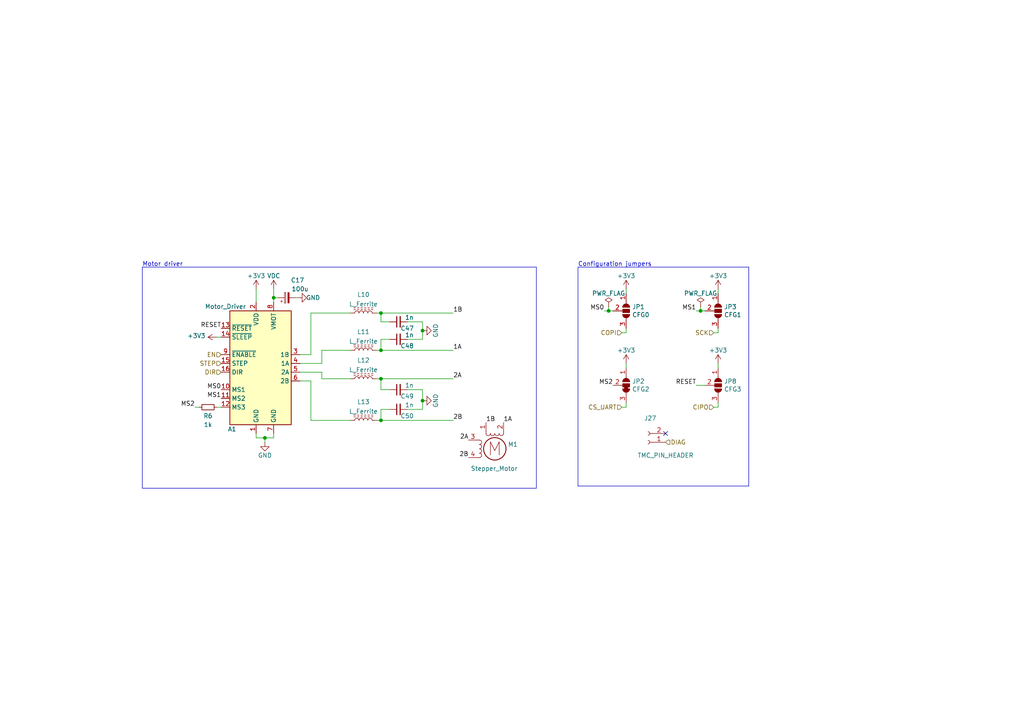
<source format=kicad_sch>
(kicad_sch (version 20231120) (generator "eeschema") (generator_version "8.0")
  (paper "A4")
  (title_block (title "LumenPnP Motherboard") (date "2022-03-29") (rev "003") (company "Opulo"))
  (lib_symbols
    (symbol "Connector:Conn_01x02_Female" (pin_names (offset 1.016) hide)
      (property "Reference" "J" (at 0 2.54 0))
      (property "Value" "Conn_01x02_Female" (at 0 -5.08 0))
      (symbol "Conn_01x02_Female_1_1"
        (arc (start 0 -2.032) (mid -0.5058 -2.54) (end 0 -3.048) (stroke (width 0.1524)))
        (polyline (pts (xy -1.27 -2.54) (xy -0.508 -2.54)) (stroke (width 0.1524)))
        (polyline (pts (xy -1.27 0) (xy -0.508 0)) (stroke (width 0.1524)))
        (arc (start 0 0.508) (mid -0.5058 0) (end 0 -0.508) (stroke (width 0.1524)))
        (pin passive line (at -5.08 0 0) (length 3.81) (name "Pin_1") (number "1"))
        (pin passive line (at -5.08 -2.54 0) (length 3.81) (name "Pin_2") (number "2"))
      )
    )
    (symbol "Device:C_Polarized_Small" (pin_numbers hide) (pin_names (offset 0.254) hide)
      (property "Reference" "C" (at 0.254 1.778 0))
      (property "Value" "C_Polarized_Small" (at 0.254 -2.032 0))
      (symbol "C_Polarized_Small_0_1"
        (rectangle (start -1.524 -0.3048) (end 1.524 -0.6858) (fill (type outline)))
        (rectangle (start -1.524 0.6858) (end 1.524 0.3048))
        (polyline (pts (xy -1.27 1.524) (xy -0.762 1.524)))
        (polyline (pts (xy -1.016 1.27) (xy -1.016 1.778)))
      )
      (symbol "C_Polarized_Small_1_1"
        (pin passive line (at 0 2.54 270) (length 1.8542) (name "~") (number "1"))
        (pin passive line (at 0 -2.54 90) (length 1.8542) (name "~") (number "2"))
      )
    )
    (symbol "Device:C_Small" (pin_numbers hide) (pin_names (offset 0.254) hide)
      (property "Reference" "C" (at 0.254 1.778 0))
      (property "Value" "C_Small" (at 0.254 -2.032 0))
      (symbol "C_Small_0_1"
        (polyline (pts (xy -1.524 -0.508) (xy 1.524 -0.508)) (stroke (width 0.3302)))
        (polyline (pts (xy -1.524 0.508) (xy 1.524 0.508)) (stroke (width 0.3048)))
      )
      (symbol "C_Small_1_1"
        (pin passive line (at 0 2.54 270) (length 2.032) (name "~") (number "1"))
        (pin passive line (at 0 -2.54 90) (length 2.032) (name "~") (number "2"))
      )
    )
    (symbol "Device:L_Ferrite" (pin_numbers hide) (pin_names (offset 1.016) hide)
      (property "Reference" "L" (at -1.27 0 90))
      (property "Value" "L_Ferrite" (at 2.794 0 90))
      (symbol "L_Ferrite_0_1"
        (arc (start 0 -2.54) (mid 0.6323 -1.905) (end 0 -1.27))
        (arc (start 0 -1.27) (mid 0.6323 -0.635) (end 0 0))
        (polyline (pts (xy 1.016 -2.794) (xy 1.016 -2.286)))
        (polyline (pts (xy 1.016 -1.778) (xy 1.016 -1.27)))
        (polyline (pts (xy 1.016 -0.762) (xy 1.016 -0.254)))
        (polyline (pts (xy 1.016 0.254) (xy 1.016 0.762)))
        (polyline (pts (xy 1.016 1.27) (xy 1.016 1.778)))
        (polyline (pts (xy 1.016 2.286) (xy 1.016 2.794)))
        (polyline (pts (xy 1.524 -2.286) (xy 1.524 -2.794)))
        (polyline (pts (xy 1.524 -1.27) (xy 1.524 -1.778)))
        (polyline (pts (xy 1.524 -0.254) (xy 1.524 -0.762)))
        (polyline (pts (xy 1.524 0.762) (xy 1.524 0.254)))
        (polyline (pts (xy 1.524 1.778) (xy 1.524 1.27)))
        (polyline (pts (xy 1.524 2.794) (xy 1.524 2.286)))
        (arc (start 0 0) (mid 0.6323 0.635) (end 0 1.27))
        (arc (start 0 1.27) (mid 0.6323 1.905) (end 0 2.54))
      )
      (symbol "L_Ferrite_1_1"
        (pin passive line (at 0 3.81 270) (length 1.27) (name "1") (number "1"))
        (pin passive line (at 0 -3.81 90) (length 1.27) (name "2") (number "2"))
      )
    )
    (symbol "Device:R_Small" (pin_numbers hide) (pin_names (offset 0.254) hide)
      (property "Reference" "R" (at 0.762 0.508 0))
      (property "Value" "R_Small" (at 0.762 -1.016 0))
      (symbol "R_Small_0_1"
        (rectangle (start -0.762 1.778) (end 0.762 -1.778) (stroke (width 0.2032)))
      )
      (symbol "R_Small_1_1"
        (pin passive line (at 0 2.54 270) (length 0.762) (name "~") (number "1"))
        (pin passive line (at 0 -2.54 90) (length 0.762) (name "~") (number "2"))
      )
    )
    (symbol "Driver_Motor:Pololu_Breakout_A4988"
      (property "Reference" "A" (at -2.54 19.05 0))
      (property "Value" "Pololu_Breakout_A4988" (at -2.54 16.51 0))
      (symbol "Pololu_Breakout_A4988_0_1"
        (rectangle (start 10.16 -17.78) (end -7.62 15.24) (stroke (width 0.254)) (fill (type background)))
      )
      (symbol "Pololu_Breakout_A4988_1_1"
        (pin power_in line (at 0 -20.32 90) (length 2.54) (name "GND") (number "1"))
        (pin input line (at -10.16 -7.62 0) (length 2.54) (name "MS1") (number "10"))
        (pin input line (at -10.16 -10.16 0) (length 2.54) (name "MS2") (number "11"))
        (pin input line (at -10.16 -12.7 0) (length 2.54) (name "MS3") (number "12"))
        (pin input line (at -10.16 10.16 0) (length 2.54) (name "~{RESET}") (number "13"))
        (pin input line (at -10.16 7.62 0) (length 2.54) (name "~{SLEEP}") (number "14"))
        (pin input line (at -10.16 0 0) (length 2.54) (name "STEP") (number "15"))
        (pin input line (at -10.16 -2.54 0) (length 2.54) (name "DIR") (number "16"))
        (pin power_in line (at 0 17.78 270) (length 2.54) (name "VDD") (number "2"))
        (pin output line (at 12.7 2.54 180) (length 2.54) (name "1B") (number "3"))
        (pin output line (at 12.7 0 180) (length 2.54) (name "1A") (number "4"))
        (pin output line (at 12.7 -2.54 180) (length 2.54) (name "2A") (number "5"))
        (pin output line (at 12.7 -5.08 180) (length 2.54) (name "2B") (number "6"))
        (pin power_in line (at 5.08 -20.32 90) (length 2.54) (name "GND") (number "7"))
        (pin power_in line (at 5.08 17.78 270) (length 2.54) (name "VMOT") (number "8"))
        (pin input line (at -10.16 2.54 0) (length 2.54) (name "~{ENABLE}") (number "9"))
      )
    )
    (symbol "Jumper:SolderJumper_3_Open" (pin_names (offset 0) hide)
      (property "Reference" "JP" (at -2.54 -2.54 0))
      (property "Value" "SolderJumper_3_Open" (at 0 2.794 0))
      (symbol "SolderJumper_3_Open_0_1"
        (arc (start -1.016 1.016) (mid -2.0276 0) (end -1.016 -1.016))
        (arc (start -1.016 1.016) (mid -2.0276 0) (end -1.016 -1.016) (fill (type outline)))
        (rectangle (start -0.508 1.016) (end 0.508 -1.016) (fill (type outline)))
        (polyline (pts (xy -2.54 0) (xy -2.032 0)))
        (polyline (pts (xy -1.016 1.016) (xy -1.016 -1.016)))
        (polyline (pts (xy 0 -1.27) (xy 0 -1.016)))
        (polyline (pts (xy 1.016 1.016) (xy 1.016 -1.016)))
        (polyline (pts (xy 2.54 0) (xy 2.032 0)))
        (arc (start 1.016 -1.016) (mid 2.0276 0) (end 1.016 1.016))
        (arc (start 1.016 -1.016) (mid 2.0276 0) (end 1.016 1.016) (fill (type outline)))
      )
      (symbol "SolderJumper_3_Open_1_1"
        (pin passive line (at -5.08 0 0) (length 2.54) (name "A") (number "1"))
        (pin passive line (at 0 -3.81 90) (length 2.54) (name "C") (number "2"))
        (pin passive line (at 5.08 0 180) (length 2.54) (name "B") (number "3"))
      )
    )
    (symbol "Motor:Stepper_Motor_bipolar" (pin_names (offset 0) hide)
      (property "Reference" "M" (at 3.81 2.54 0))
      (property "Value" "Stepper_Motor_bipolar" (at 3.81 1.27 0))
      (symbol "Stepper_Motor_bipolar_0_0"
        (polyline (pts (xy -1.27 -1.778) (xy -1.27 2.032) (xy 0 -0.508) (xy 1.27 2.032) (xy 1.27 -1.778)))
      )
      (symbol "Stepper_Motor_bipolar_0_1"
        (arc (start -4.445 -2.54) (mid -3.8127 -1.905) (end -4.445 -1.27))
        (arc (start -4.445 -1.27) (mid -3.8127 -0.635) (end -4.445 0))
        (arc (start -4.445 0) (mid -3.8127 0.635) (end -4.445 1.27))
        (arc (start -4.445 1.27) (mid -3.8127 1.905) (end -4.445 2.54))
        (arc (start -2.54 4.445) (mid -1.905 3.8127) (end -1.27 4.445))
        (arc (start -1.27 4.445) (mid -0.635 3.8127) (end 0 4.445))
        (polyline (pts (xy -5.08 -2.54) (xy -4.445 -2.54)))
        (polyline (pts (xy -5.08 2.54) (xy -4.445 2.54)))
        (polyline (pts (xy -2.54 5.08) (xy -2.54 4.445)))
        (polyline (pts (xy 2.54 5.08) (xy 2.54 4.445)))
        (circle (center 0 0) (radius 3.2512) (stroke (width 0.254)))
        (arc (start 0 4.445) (mid 0.635 3.8127) (end 1.27 4.445))
        (arc (start 1.27 4.445) (mid 1.905 3.8127) (end 2.54 4.445))
      )
      (symbol "Stepper_Motor_bipolar_1_1"
        (pin passive line (at -2.54 7.62 270) (length 2.54) (name "~") (number "1"))
        (pin passive line (at 2.54 7.62 270) (length 2.54) (name "-") (number "2"))
        (pin passive line (at -7.62 2.54 0) (length 2.54) (name "~") (number "3"))
        (pin passive line (at -7.62 -2.54 0) (length 2.54) (name "~") (number "4"))
      )
    )
    (symbol "index:SolderJumper_3_Bridged23" (pin_names (offset 0) hide)
      (property "Reference" "JP" (at -2.54 -2.54 0))
      (property "Value" "SolderJumper_3_Bridged23" (at 0 2.794 0))
      (symbol "SolderJumper_3_Bridged23_0_1"
        (rectangle (start -1.016 0.508) (end -0.508 -0.508) (fill (type outline)))
        (arc (start -1.016 1.016) (mid -2.0276 0) (end -1.016 -1.016))
        (arc (start -1.016 1.016) (mid -2.0276 0) (end -1.016 -1.016) (fill (type outline)))
        (rectangle (start -0.508 1.016) (end 0.508 -1.016) (fill (type outline)))
        (polyline (pts (xy -2.54 0) (xy -2.032 0)))
        (polyline (pts (xy -1.016 1.016) (xy -1.016 -1.016)))
        (polyline (pts (xy 0 -1.27) (xy 0 -1.016)))
        (polyline (pts (xy 1.016 1.016) (xy 1.016 -1.016)))
        (polyline (pts (xy 2.54 0) (xy 2.032 0)))
        (arc (start 1.016 -1.016) (mid 2.0276 0) (end 1.016 1.016))
        (arc (start 1.016 -1.016) (mid 2.0276 0) (end 1.016 1.016) (fill (type outline)))
      )
      (symbol "SolderJumper_3_Bridged23_1_1"
        (pin passive line (at 5.08 0 180) (length 2.54) (name "B") (number "1"))
        (pin input line (at 0 -3.81 90) (length 2.54) (name "C") (number "2"))
        (pin passive line (at -5.08 0 0) (length 2.54) (name "A") (number "3"))
      )
    )
    (symbol "power:+3.3V" (power) (pin_names (offset 0))
      (property "Value" "+3.3V" (at 0 3.556 0))
      (symbol "+3.3V_0_1"
        (polyline (pts (xy -0.762 1.27) (xy 0 2.54)))
        (polyline (pts (xy 0 0) (xy 0 2.54)))
        (polyline (pts (xy 0 2.54) (xy 0.762 1.27)))
      )
      (symbol "+3.3V_1_1"
        (pin power_in line (at 0 0 90) (length 0) hide (name "+3V3") (number "1"))
      )
    )
    (symbol "power:+3V3" (power) (pin_names (offset 0))
      (property "Value" "+3V3" (at 0 3.556 0))
      (symbol "+3V3_0_1"
        (polyline (pts (xy -0.762 1.27) (xy 0 2.54)))
        (polyline (pts (xy 0 0) (xy 0 2.54)))
        (polyline (pts (xy 0 2.54) (xy 0.762 1.27)))
      )
      (symbol "+3V3_1_1"
        (pin power_in line (at 0 0 90) (length 0) hide (name "+3V3") (number "1"))
      )
    )
    (symbol "power:GND" (power) (pin_names (offset 0))
      (property "Value" "GND" (at 0 -3.81 0))
      (symbol "GND_0_1"
        (polyline (pts (xy 0 0) (xy 0 -1.27) (xy 1.27 -1.27) (xy 0 -2.54) (xy -1.27 -1.27) (xy 0 -1.27)))
      )
      (symbol "GND_1_1"
        (pin power_in line (at 0 0 270) (length 0) hide (name "GND") (number "1"))
      )
    )
    (symbol "power:PWR_FLAG" (power) (pin_numbers hide) (pin_names (offset 0) hide)
      (property "Value" "PWR_FLAG" (at 0 3.81 0))
      (symbol "PWR_FLAG_0_0"
        (pin power_out line (at 0 0 90) (length 0) (name "pwr") (number "1"))
      )
      (symbol "PWR_FLAG_0_1"
        (polyline (pts (xy 0 0) (xy 0 1.27) (xy -1.016 1.905) (xy 0 2.54) (xy 1.016 1.905) (xy 0 1.27)))
      )
    )
    (symbol "power:VDC" (power) (pin_names (offset 0))
      (property "Value" "VDC" (at 0 6.35 0))
      (symbol "VDC_0_1"
        (polyline (pts (xy -0.762 1.27) (xy 0 2.54)))
        (polyline (pts (xy 0 0) (xy 0 2.54)))
        (polyline (pts (xy 0 2.54) (xy 0.762 1.27)))
      )
      (symbol "VDC_1_1"
        (pin power_in line (at 0 0 90) (length 0) hide (name "VDC") (number "1"))
      )
    )
  )
  (junction (at 110.49 109.855))
  (junction (at 79.375 86.36))
  (junction (at 110.49 101.6))
  (junction (at 122.555 95.885))
  (junction (at 110.49 90.805))
  (junction (at 110.49 121.92))
  (junction (at 176.53 90.17))
  (junction (at 122.555 116.205))
  (junction (at 76.835 127))
  (junction (at 203.2 90.17))
  (no_connect (at 193.04 125.73))
  (wire (pts (xy 79.375 83.82) (xy 79.375 86.36)))
  (polyline (pts (xy 155.575 141.605) (xy 41.275 141.605)))
  (wire (pts (xy 110.49 90.805) (xy 131.445 90.805)))
  (wire (pts (xy 90.17 110.49) (xy 90.17 121.92)))
  (wire (pts (xy 180.34 96.52) (xy 181.61 96.52)))
  (wire (pts (xy 208.28 83.82) (xy 208.28 85.09)))
  (polyline (pts (xy 167.64 77.47) (xy 217.17 77.47)))
  (wire (pts (xy 207.01 96.52) (xy 208.28 96.52)))
  (wire (pts (xy 79.375 86.36) (xy 79.375 87.63)))
  (wire (pts (xy 122.555 116.205) (xy 122.555 118.745)))
  (wire (pts (xy 86.995 107.95) (xy 93.345 107.95)))
  (wire (pts (xy 86.995 105.41) (xy 93.345 105.41)))
  (wire (pts (xy 207.01 118.11) (xy 208.28 118.11)))
  (wire (pts (xy 110.49 121.92) (xy 110.49 118.745)))
  (wire (pts (xy 203.2 88.9) (xy 203.2 90.17)))
  (wire (pts (xy 175.26 90.17) (xy 176.53 90.17)))
  (wire (pts (xy 118.11 113.03) (xy 122.555 113.03)))
  (wire (pts (xy 74.295 127) (xy 76.835 127)))
  (wire (pts (xy 110.49 113.03) (xy 113.03 113.03)))
  (wire (pts (xy 176.53 90.17) (xy 177.8 90.17)))
  (polyline (pts (xy 41.275 77.47) (xy 155.575 77.47)))
  (wire (pts (xy 208.28 105.41) (xy 208.28 106.68)))
  (wire (pts (xy 93.345 109.855) (xy 101.6 109.855)))
  (wire (pts (xy 109.22 101.6) (xy 110.49 101.6)))
  (wire (pts (xy 110.49 98.425) (xy 113.03 98.425)))
  (wire (pts (xy 208.28 96.52) (xy 208.28 95.25)))
  (wire (pts (xy 122.555 118.745) (xy 118.11 118.745)))
  (wire (pts (xy 86.995 110.49) (xy 90.17 110.49)))
  (wire (pts (xy 93.345 101.6) (xy 101.6 101.6)))
  (polyline (pts (xy 167.64 77.47) (xy 167.64 140.97)))
  (wire (pts (xy 203.2 90.17) (xy 201.93 90.17)))
  (wire (pts (xy 122.555 95.885) (xy 122.555 93.345)))
  (wire (pts (xy 110.49 90.805) (xy 110.49 93.345)))
  (wire (pts (xy 203.2 90.17) (xy 204.47 90.17)))
  (wire (pts (xy 110.49 109.855) (xy 131.445 109.855)))
  (wire (pts (xy 122.555 98.425) (xy 122.555 95.885)))
  (wire (pts (xy 93.345 105.41) (xy 93.345 101.6)))
  (wire (pts (xy 79.375 86.36) (xy 80.645 86.36)))
  (wire (pts (xy 86.995 102.87) (xy 90.17 102.87)))
  (wire (pts (xy 208.28 118.11) (xy 208.28 116.84)))
  (wire (pts (xy 118.11 98.425) (xy 122.555 98.425)))
  (wire (pts (xy 181.61 96.52) (xy 181.61 95.25)))
  (polyline (pts (xy 155.575 77.47) (xy 155.575 141.605)))
  (wire (pts (xy 110.49 118.745) (xy 113.03 118.745)))
  (wire (pts (xy 110.49 101.6) (xy 131.445 101.6)))
  (wire (pts (xy 79.375 125.73) (xy 79.375 127)))
  (wire (pts (xy 180.34 118.11) (xy 181.61 118.11)))
  (polyline (pts (xy 217.17 140.97) (xy 167.64 140.97)))
  (wire (pts (xy 76.835 128.27) (xy 76.835 127)))
  (wire (pts (xy 74.295 127) (xy 74.295 125.73)))
  (wire (pts (xy 122.555 113.03) (xy 122.555 116.205)))
  (wire (pts (xy 110.49 109.855) (xy 110.49 113.03)))
  (wire (pts (xy 201.93 111.76) (xy 204.47 111.76)))
  (wire (pts (xy 181.61 105.41) (xy 181.61 106.68)))
  (polyline (pts (xy 217.17 77.47) (xy 217.17 140.97)))
  (wire (pts (xy 93.345 107.95) (xy 93.345 109.855)))
  (wire (pts (xy 110.49 121.92) (xy 131.445 121.92)))
  (wire (pts (xy 110.49 101.6) (xy 110.49 98.425)))
  (wire (pts (xy 90.17 90.805) (xy 90.17 102.87)))
  (wire (pts (xy 90.17 90.805) (xy 101.6 90.805)))
  (wire (pts (xy 90.17 121.92) (xy 101.6 121.92)))
  (wire (pts (xy 109.22 90.805) (xy 110.49 90.805)))
  (wire (pts (xy 181.61 118.11) (xy 181.61 116.84)))
  (wire (pts (xy 74.295 83.82) (xy 74.295 87.63)))
  (wire (pts (xy 62.865 97.79) (xy 64.135 97.79)))
  (wire (pts (xy 176.53 88.9) (xy 176.53 90.17)))
  (wire (pts (xy 85.725 86.36) (xy 86.36 86.36)))
  (wire (pts (xy 110.49 93.345) (xy 113.03 93.345)))
  (polyline (pts (xy 41.275 77.47) (xy 41.275 141.605)))
  (wire (pts (xy 56.515 118.11) (xy 57.785 118.11)))
  (wire (pts (xy 181.61 83.82) (xy 181.61 85.09)))
  (wire (pts (xy 122.555 93.345) (xy 118.11 93.345)))
  (wire (pts (xy 79.375 127) (xy 76.835 127)))
  (wire (pts (xy 109.22 121.92) (xy 110.49 121.92)))
  (wire (pts (xy 62.865 118.11) (xy 64.135 118.11)))
  (wire (pts (xy 109.22 109.855) (xy 110.49 109.855)))
  (text "Motor driver" (at 41.275 77.47 0) (effects (font (size 1.27 1.27)) (justify left bottom)))
  (text "Configuration jumpers" (at 167.64 77.47 0) (effects (font (size 1.27 1.27)) (justify left bottom)))
  (label "2B" (at 135.89 132.715 180))
  (label "RESET" (at 64.135 95.25 180))
  (label "2A" (at 135.89 127.635 180))
  (label "RESET" (at 201.93 111.76 180))
  (label "MS1" (at 64.135 115.57 180))
  (label "1A" (at 131.445 101.6 0))
  (label "MS0" (at 64.135 113.03 180))
  (label "2B" (at 131.445 121.92 0))
  (label "MS1" (at 201.93 90.17 180))
  (label "MS2" (at 177.8 111.76 180))
  (label "1B" (at 140.97 122.555 0))
  (label "2A" (at 131.445 109.855 0))
  (label "1B" (at 131.445 90.805 0))
  (label "MS2" (at 56.515 118.11 180))
  (label "1A" (at 146.05 122.555 0))
  (label "MS0" (at 175.26 90.17 180))
  (hierarchical_label "STEP" (shape input) (at 64.135 105.41 180))
  (hierarchical_label "DIAG" (shape input) (at 193.04 128.27 0))
  (hierarchical_label "DIR" (shape input) (at 64.135 107.95 180))
  (hierarchical_label "CS_UART" (shape input) (at 180.34 118.11 180))
  (hierarchical_label "EN" (shape input) (at 64.135 102.87 180))
  (hierarchical_label "SCK" (shape input) (at 207.01 96.52 180))
  (hierarchical_label "COPI" (shape input) (at 180.34 96.52 180))
  (hierarchical_label "CIPO" (shape input) (at 207.01 118.11 180))
  (symbol (lib_id "power:+3.3V") (at 208.28 105.41 0) (unit 1)
    (property "Reference" "#PWR0142" (effects (hide yes)))
    (property "Value" "+3V3" (at 208.28 101.6 0))
    (instances (project "mobo" (path "" (reference "#PWR0142") (unit 1)) (path "" (reference "#PWR0181") (unit 1)) (path "" (reference "#PWR0204") (unit 1)) (path "" (reference "#PWR0213") (unit 1))))
  )
  (symbol (lib_id "Device:R_Small") (at 60.325 118.11 270) (unit 1)
    (property "Reference" "R6" (at 60.325 120.65 90))
    (property "Value" "1k" (at 60.325 123.19 90))
    (property "Footprint" "Resistor_SMD:R_0805_2012Metric" (effects (hide yes)))
    (property "JLCPCB" "C17513" (effects (hide yes)))
    (property "LCSC" "C17513" (effects (hide yes)))
    (property "Notes" "125mW/1%" (effects (hide yes)))
    (instances (project "mobo" (path "" (reference "R6") (unit 1)) (path "" (reference "R7") (unit 1)) (path "" (reference "R8") (unit 1)) (path "" (reference "R9") (unit 1))))
  )
  (symbol (lib_id "power:+3.3V") (at 181.61 83.82 0) (unit 1)
    (property "Reference" "#PWR0144" (effects (hide yes)))
    (property "Value" "+3V3" (at 181.61 80.01 0))
    (instances (project "mobo" (path "" (reference "#PWR0144") (unit 1)) (path "" (reference "#PWR0182") (unit 1)) (path "" (reference "#PWR0205") (unit 1)) (path "" (reference "#PWR0214") (unit 1))))
  )
  (symbol (lib_id "Device:L_Ferrite") (at 105.41 121.92 90) (unit 1)
    (property "Reference" "L13" (at 105.41 116.5565 90))
    (property "Value" "L_Ferrite" (at 105.41 119.3316 90))
    (property "Footprint" "Inductor_SMD:L_0805_2012Metric" (effects (hide yes)))
    (property "Digikey" "1934-1472-1-ND" (effects (hide yes)))
    (property "Notes" "120R @ 100MHz/6A" (effects (hide yes)))
    (instances (project "mobo" (path "" (reference "L13") (unit 1)) (path "" (reference "L9") (unit 1)) (path "" (reference "L5") (unit 1)) (path "" (reference "L17") (unit 1))))
  )
  (symbol (lib_id "power:GND") (at 76.835 128.27 0) (unit 1)
    (property "Reference" "#PWR0179" (effects (hide yes)))
    (property "Value" "GND" (at 76.835 132.08 0))
    (instances (project "mobo" (path "" (reference "#PWR0179") (unit 1)) (path "" (reference "#PWR0202") (unit 1)) (path "" (reference "#PWR0211") (unit 1)) (path "" (reference "#PWR0220") (unit 1))))
  )
  (symbol (lib_id "power:+3.3V") (at 62.865 97.79 90) (unit 1)
    (property "Reference" "#PWR0176" (effects (hide yes)))
    (property "Value" "+3V3" (at 59.6138 97.409 90) (effects (justify left)))
    (instances (project "mobo" (path "" (reference "#PWR0176") (unit 1)) (path "" (reference "#PWR0199") (unit 1)) (path "" (reference "#PWR0208") (unit 1)) (path "" (reference "#PWR0217") (unit 1))))
  )
  (symbol (lib_id "power:PWR_FLAG") (at 203.2 88.9 0) (unit 1)
    (property "Reference" "#FLG0104" (effects (hide yes)))
    (property "Value" "PWR_FLAG" (at 203.2 85.09 0))
    (instances (project "mobo" (path "" (reference "#FLG0104") (unit 1)) (path "" (reference "#FLG0107") (unit 1)) (path "" (reference "#FLG0110") (unit 1)) (path "" (reference "#FLG0113") (unit 1))))
  )
  (symbol (lib_id "Device:C_Small") (at 115.57 113.03 90) (unit 1)
    (property "Reference" "C49" (at 118.11 114.935 90))
    (property "Value" "1n" (at 118.745 111.76 90))
    (property "Footprint" "Capacitor_SMD:C_0805_2012Metric" (effects (hide yes)))
    (property "Digikey" "1276-1020-1-ND" (effects (hide yes)))
    (property "Notes" "50V/10%" (effects (hide yes)))
    (instances (project "mobo" (path "" (reference "C49") (unit 1)) (path "" (reference "C45") (unit 1)) (path "" (reference "C41") (unit 1)) (path "" (reference "C53") (unit 1))))
  )
  (symbol (lib_id "power:+3.3V") (at 181.61 105.41 0) (unit 1)
    (property "Reference" "#PWR0117" (effects (hide yes)))
    (property "Value" "+3V3" (at 181.61 101.6 0))
    (instances (project "mobo" (path "" (reference "#PWR0117") (unit 1)) (path "" (reference "#PWR0180") (unit 1)) (path "" (reference "#PWR0203") (unit 1)) (path "" (reference "#PWR0212") (unit 1))))
  )
  (symbol (lib_id "Driver_Motor:Pololu_Breakout_A4988") (at 74.295 105.41 0) (unit 1)
    (property "Reference" "A1" (at 67.31 124.46 0))
    (property "Value" "Motor_Driver" (at 65.405 88.9 0))
    (property "Footprint" "Module:Pololu_Breakout-16_15.2x20.3mm" (effects (hide yes)))
    (property "Datasheet" "https://www.pololu.com/product/2980/pictures" (effects (hide yes)))
    (property "Digikey" "1460-TMC2209SILENTSTEPSTICK-ND" (effects (hide yes)))
    (property "Notes" "BIGTREETECH TMC2209" (effects (hide yes)))
    (instances (project "mobo" (path "" (reference "A1") (unit 1)) (path "" (reference "A2") (unit 1)) (path "" (reference "A3") (unit 1)) (path "" (reference "A4") (unit 1))))
  )
  (symbol (lib_id "power:GND") (at 86.36 86.36 90) (unit 1)
    (property "Reference" "#PWR0166" (effects (hide yes)))
    (property "Value" "GND" (at 90.805 86.36 90))
    (instances (project "mobo" (path "" (reference "#PWR0166") (unit 1)) (path "" (reference "#PWR0184") (unit 1)) (path "" (reference "#PWR0207") (unit 1)) (path "" (reference "#PWR0216") (unit 1))))
  )
  (symbol (lib_id "Device:C_Small") (at 115.57 118.745 90) (unit 1)
    (property "Reference" "C50" (at 118.11 120.65 90))
    (property "Value" "1n" (at 118.745 117.475 90))
    (property "Footprint" "Capacitor_SMD:C_0805_2012Metric" (effects (hide yes)))
    (property "Digikey" "1276-1020-1-ND" (effects (hide yes)))
    (property "Notes" "50V/10%" (effects (hide yes)))
    (instances (project "mobo" (path "" (reference "C50") (unit 1)) (path "" (reference "C46") (unit 1)) (path "" (reference "C42") (unit 1)) (path "" (reference "C54") (unit 1))))
  )
  (symbol (lib_id "Device:C_Small") (at 115.57 93.345 90) (unit 1)
    (property "Reference" "C47" (at 118.11 95.25 90))
    (property "Value" "1n" (at 118.745 92.075 90))
    (property "Footprint" "Capacitor_SMD:C_0805_2012Metric" (effects (hide yes)))
    (property "Digikey" "1276-1020-1-ND" (effects (hide yes)))
    (property "Notes" "50V/10%" (effects (hide yes)))
    (instances (project "mobo" (path "" (reference "C47") (unit 1)) (path "" (reference "C43") (unit 1)) (path "" (reference "C26") (unit 1)) (path "" (reference "C51") (unit 1))))
  )
  (symbol (lib_id "Device:C_Small") (at 115.57 98.425 90) (unit 1)
    (property "Reference" "C48" (at 118.11 100.33 90))
    (property "Value" "1n" (at 118.745 97.155 90))
    (property "Footprint" "Capacitor_SMD:C_0805_2012Metric" (effects (hide yes)))
    (property "Digikey" "1276-1020-1-ND" (effects (hide yes)))
    (property "Notes" "50V/10%" (effects (hide yes)))
    (instances (project "mobo" (path "" (reference "C48") (unit 1)) (path "" (reference "C44") (unit 1)) (path "" (reference "C40") (unit 1)) (path "" (reference "C52") (unit 1))))
  )
  (symbol (lib_id "power:+3.3V") (at 208.28 83.82 0) (unit 1)
    (property "Reference" "#PWR0156" (effects (hide yes)))
    (property "Value" "+3V3" (at 208.28 80.01 0))
    (instances (project "mobo" (path "" (reference "#PWR0156") (unit 1)) (path "" (reference "#PWR0183") (unit 1)) (path "" (reference "#PWR0206") (unit 1)) (path "" (reference "#PWR0215") (unit 1))))
  )
  (symbol (lib_id "power:VDC") (at 79.375 83.82 0) (unit 1)
    (property "Reference" "#PWR0178" (effects (hide yes)))
    (property "Value" "VDC" (at 79.375 80.01 0))
    (instances (project "mobo" (path "" (reference "#PWR0178") (unit 1)) (path "" (reference "#PWR0201") (unit 1)) (path "" (reference "#PWR0210") (unit 1)) (path "" (reference "#PWR0219") (unit 1))))
  )
  (symbol (lib_id "Device:C_Polarized_Small") (at 83.185 86.36 90) (unit 1)
    (property "Reference" "C17" (at 88.265 81.28 90) (effects (justify left)))
    (property "Value" "100u" (at 89.535 83.82 90) (effects (justify left)))
    (property "Footprint" "Capacitor_SMD:CP_Elec_6.3x7.7" (effects (hide yes)))
    (property "Digikey" "493-2203-1-ND" (effects (hide yes)))
    (property "JLCPCB" "C99837" (effects (hide yes)))
    (property "LCSC" "C3339" (effects (hide yes)))
    (property "Mouser" "647-UWT1V101MCL1S" (effects (hide yes)))
    (property "Notes" "35V/20%/Aluminum" (effects (hide yes)))
    (instances (project "mobo" (path "" (reference "C17") (unit 1)) (path "" (reference "C18") (unit 1)) (path "" (reference "C19") (unit 1)) (path "" (reference "C20") (unit 1))))
  )
  (symbol (lib_id "Jumper:SolderJumper_3_Open") (at 181.61 90.17 270) (unit 1)
    (property "Reference" "JP1" (at 183.3372 89.0016 90) (effects (justify left)))
    (property "Value" "CFG0" (at 183.3372 91.313 90) (effects (justify left)))
    (property "Footprint" "Jumper:SolderJumper-3_P1.3mm_Open_RoundedPad1.0x1.5mm" (effects (hide yes)))
    (instances (project "mobo" (path "" (reference "JP1") (unit 1)) (path "" (reference "JP5") (unit 1)) (path "" (reference "JP9") (unit 1)) (path "" (reference "JP13") (unit 1))))
  )
  (symbol (lib_id "power:GND") (at 122.555 116.205 90) (unit 1)
    (property "Reference" "#PWR0124" (effects (hide yes)))
    (property "Value" "GND" (at 126.365 116.205 0))
    (instances (project "mobo" (path "" (reference "#PWR0124") (unit 1)) (path "" (reference "#PWR0122") (unit 1)) (path "" (reference "#PWR0120") (unit 1)) (path "" (reference "#PWR0126") (unit 1))))
  )
  (symbol (lib_id "power:PWR_FLAG") (at 176.53 88.9 0) (unit 1)
    (property "Reference" "#FLG0106" (effects (hide yes)))
    (property "Value" "PWR_FLAG" (at 176.53 85.09 0))
    (instances (project "mobo" (path "" (reference "#FLG0106") (unit 1)) (path "" (reference "#FLG0109") (unit 1)) (path "" (reference "#FLG0112") (unit 1)) (path "" (reference "#FLG0115") (unit 1))))
  )
  (symbol (lib_id "power:GND") (at 122.555 95.885 90) (unit 1)
    (property "Reference" "#PWR0123" (effects (hide yes)))
    (property "Value" "GND" (at 126.365 95.885 0))
    (instances (project "mobo" (path "" (reference "#PWR0123") (unit 1)) (path "" (reference "#PWR0121") (unit 1)) (path "" (reference "#PWR0119") (unit 1)) (path "" (reference "#PWR0125") (unit 1))))
  )
  (symbol (lib_id "Device:L_Ferrite") (at 105.41 90.805 90) (unit 1)
    (property "Reference" "L10" (at 105.41 85.4415 90))
    (property "Value" "L_Ferrite" (at 105.41 88.2166 90))
    (property "Footprint" "Inductor_SMD:L_0805_2012Metric" (effects (hide yes)))
    (property "Digikey" "1934-1472-1-ND" (effects (hide yes)))
    (property "Notes" "120R @ 100MHz/6A" (effects (hide yes)))
    (instances (project "mobo" (path "" (reference "L10") (unit 1)) (path "" (reference "L6") (unit 1)) (path "" (reference "L2") (unit 1)) (path "" (reference "L14") (unit 1))))
  )
  (symbol (lib_id "Jumper:SolderJumper_3_Open") (at 208.28 111.76 270) (unit 1)
    (property "Reference" "JP8" (at 210.0072 110.5916 90) (effects (justify left)))
    (property "Value" "CFG3" (at 210.0072 112.903 90) (effects (justify left)))
    (property "Footprint" "Jumper:SolderJumper-3_P1.3mm_Open_RoundedPad1.0x1.5mm" (effects (hide yes)))
    (instances (project "mobo" (path "" (reference "JP8") (unit 1)) (path "" (reference "JP12") (unit 1)) (path "" (reference "JP4") (unit 1)) (path "" (reference "JP16") (unit 1))))
  )
  (symbol (lib_id "power:+3V3") (at 74.295 83.82 0) (unit 1)
    (property "Reference" "#PWR0177" (effects (hide yes)))
    (property "Value" "+3V3" (at 74.295 80.01 0))
    (instances (project "mobo" (path "" (reference "#PWR0177") (unit 1)) (path "" (reference "#PWR0200") (unit 1)) (path "" (reference "#PWR0209") (unit 1)) (path "" (reference "#PWR0218") (unit 1))))
  )
  (symbol (lib_id "Device:L_Ferrite") (at 105.41 101.6 90) (unit 1)
    (property "Reference" "L11" (at 105.41 96.2365 90))
    (property "Value" "L_Ferrite" (at 105.41 99.0116 90))
    (property "Footprint" "Inductor_SMD:L_0805_2012Metric" (effects (hide yes)))
    (property "Digikey" "1934-1472-1-ND" (effects (hide yes)))
    (property "Notes" "120R @ 100MHz/6A" (effects (hide yes)))
    (instances (project "mobo" (path "" (reference "L11") (unit 1)) (path "" (reference "L7") (unit 1)) (path "" (reference "L3") (unit 1)) (path "" (reference "L15") (unit 1))))
  )
  (symbol (lib_id "index:SolderJumper_3_Bridged23") (at 181.61 111.76 270) (mirror x) (unit 1)
    (property "Reference" "JP2" (at 183.3372 110.5916 90) (effects (justify left)))
    (property "Value" "CFG2" (at 183.3372 112.903 90) (effects (justify left)))
    (property "Footprint" "index:SolderJumper-3_P1.3mm_Bridged23_RoundedPad1.0x1.5mm" (effects (hide yes)))
    (instances (project "mobo" (path "" (reference "JP2") (unit 1)) (path "" (reference "JP6") (unit 1)) (path "" (reference "JP10") (unit 1)) (path "" (reference "JP14") (unit 1))))
  )
  (symbol (lib_id "Motor:Stepper_Motor_bipolar") (at 143.51 130.175 0) (unit 1)
    (property "Reference" "M1" (at 147.32 128.905 0) (effects (justify left)))
    (property "Value" "Stepper_Motor" (at 136.525 135.89 0) (effects (justify left)))
    (property "Footprint" "Connector_JST:JST_XH_B4B-XH-A_1x04_P2.50mm_Vertical" (effects (hide yes)))
    (property "Datasheet" "http://www.infineon.com/dgdl/Application-Note-TLE8110EE_driving_UniPolarStepperMotor_V1.1.pdf?fileId=db3a30431be39b97011be5d0aa0a00b0" (effects (hide yes)))
    (property "LCSC" "C37815" (effects (hide yes)))
    (property "JLCPCB" "C37815" (effects (hide yes)))
    (property "Digikey" "455-2249-ND" (effects (hide yes)))
    (instances (project "mobo" (path "" (reference "M1") (unit 1)) (path "" (reference "M2") (unit 1)) (path "" (reference "M3") (unit 1)) (path "" (reference "M4") (unit 1))))
  )
  (symbol (lib_id "Device:L_Ferrite") (at 105.41 109.855 90) (unit 1)
    (property "Reference" "L12" (at 105.41 104.4915 90))
    (property "Value" "L_Ferrite" (at 105.41 107.2666 90))
    (property "Footprint" "Inductor_SMD:L_0805_2012Metric" (effects (hide yes)))
    (property "Digikey" "1934-1472-1-ND" (effects (hide yes)))
    (property "Notes" "120R @ 100MHz/6A" (effects (hide yes)))
    (instances (project "mobo" (path "" (reference "L12") (unit 1)) (path "" (reference "L8") (unit 1)) (path "" (reference "L4") (unit 1)) (path "" (reference "L16") (unit 1))))
  )
  (symbol (lib_id "Jumper:SolderJumper_3_Open") (at 208.28 90.17 270) (unit 1)
    (property "Reference" "JP3" (at 210.0072 89.0016 90) (effects (justify left)))
    (property "Value" "CFG1" (at 210.0072 91.313 90) (effects (justify left)))
    (property "Footprint" "Jumper:SolderJumper-3_P1.3mm_Open_RoundedPad1.0x1.5mm" (effects (hide yes)))
    (instances (project "mobo" (path "" (reference "JP3") (unit 1)) (path "" (reference "JP7") (unit 1)) (path "" (reference "JP11") (unit 1)) (path "" (reference "JP15") (unit 1))))
  )
  (symbol (lib_id "Connector:Conn_01x02_Female") (at 187.96 128.27 180) (unit 1)
    (property "Reference" "J27" (at 188.595 121.3063 0))
    (property "Value" "TMC_PIN_HEADER" (at 193.04 132.08 0))
    (property "Footprint" "Connector_PinSocket_2.54mm:PinSocket_1x02_P2.54mm_Vertical" (effects (hide yes)))
    (instances (project "mobo" (path "" (reference "J27") (unit 1)) (path "" (reference "J26") (unit 1)) (path "" (reference "J21") (unit 1)) (path "" (reference "J28") (unit 1))))
  )
)
</source>
